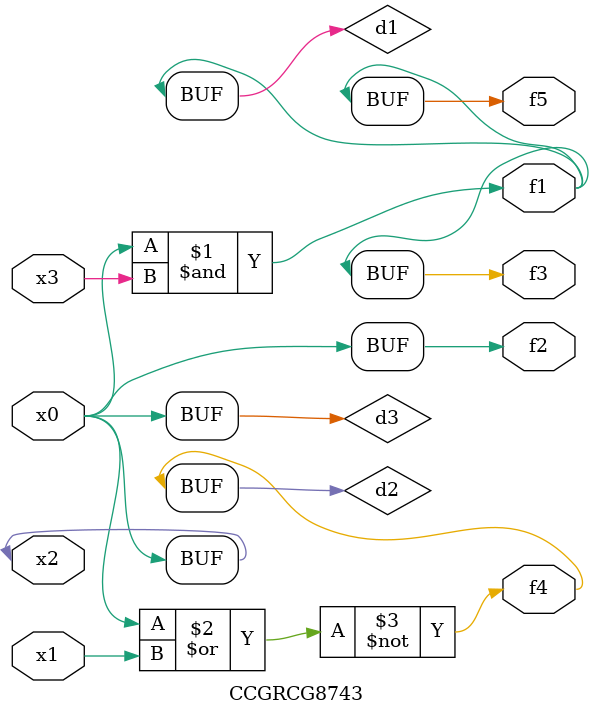
<source format=v>
module CCGRCG8743(
	input x0, x1, x2, x3,
	output f1, f2, f3, f4, f5
);

	wire d1, d2, d3;

	and (d1, x2, x3);
	nor (d2, x0, x1);
	buf (d3, x0, x2);
	assign f1 = d1;
	assign f2 = d3;
	assign f3 = d1;
	assign f4 = d2;
	assign f5 = d1;
endmodule

</source>
